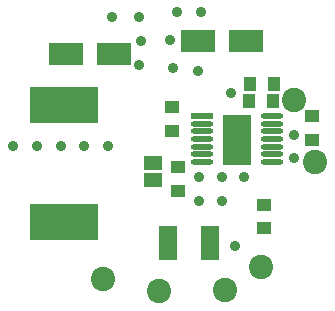
<source format=gts>
%FSAX24Y24*%
%MOIN*%
G70*
G01*
G75*
G04 Layer_Color=8388736*
%ADD10R,0.0354X0.0402*%
%ADD11R,0.0701X0.0165*%
%ADD12O,0.0701X0.0165*%
%ADD13R,0.1063X0.0669*%
%ADD14R,0.0402X0.0354*%
%ADD15R,0.0551X0.1102*%
%ADD16R,0.0551X0.0433*%
%ADD17R,0.2205X0.1181*%
%ADD18C,0.0150*%
%ADD19C,0.0500*%
%ADD20C,0.0450*%
%ADD21C,0.0350*%
%ADD22C,0.0100*%
%ADD23C,0.0250*%
%ADD24R,0.0800X0.0360*%
%ADD25R,0.0430X0.0410*%
%ADD26R,0.0600X0.0330*%
%ADD27R,0.1690X0.0060*%
%ADD28R,0.1490X0.0160*%
%ADD29R,0.0050X0.0230*%
%ADD30R,0.0090X0.0320*%
%ADD31R,0.0070X0.0240*%
%ADD32R,0.0060X0.0330*%
%ADD33R,0.0050X0.0350*%
%ADD34R,0.0100X0.0450*%
%ADD35R,0.0100X0.0300*%
%ADD36R,0.0150X0.0450*%
%ADD37R,0.1250X0.0550*%
%ADD38R,0.2250X0.0650*%
%ADD39R,0.1450X0.1700*%
%ADD40R,0.1750X0.1150*%
%ADD41R,0.1690X0.0370*%
%ADD42R,0.0580X0.0310*%
%ADD43R,0.0450X0.0290*%
%ADD44R,0.0320X0.0160*%
%ADD45R,0.1330X0.0770*%
%ADD46R,0.0720X0.0590*%
%ADD47R,0.0750X0.0510*%
%ADD48R,0.0240X0.0210*%
%ADD49R,0.0350X0.0300*%
%ADD50R,0.0420X0.0980*%
%ADD51R,0.1400X0.3700*%
%ADD52R,0.1000X0.0850*%
%ADD53R,0.1600X0.0550*%
%ADD54R,0.1350X0.1100*%
%ADD55R,0.2100X0.0900*%
%ADD56R,0.1250X0.1850*%
%ADD57R,0.1700X0.0800*%
%ADD58R,0.1050X0.1550*%
%ADD59R,0.1700X0.1250*%
%ADD60R,0.1450X0.0550*%
%ADD61R,0.1450X0.2650*%
%ADD62R,0.4000X0.0500*%
%ADD63R,0.4000X0.1498*%
%ADD64R,0.4000X0.1050*%
%ADD65R,0.1200X0.0950*%
%ADD66R,0.0350X0.2500*%
%ADD67R,0.1710X0.2600*%
%ADD68R,0.1150X0.1000*%
%ADD69R,0.1300X0.2600*%
%ADD70R,0.0800X0.1700*%
%ADD71R,0.4000X0.1200*%
%ADD72R,0.3250X0.0900*%
%ADD73R,0.1300X0.0150*%
%ADD74R,0.0400X0.0250*%
%ADD75R,0.1500X0.2500*%
%ADD76C,0.0750*%
%ADD77C,0.0290*%
%ADD78C,0.0079*%
%ADD79C,0.0098*%
%ADD80C,0.0070*%
%ADD81R,0.0950X0.1700*%
%ADD82R,0.0414X0.0462*%
%ADD83R,0.0740X0.0205*%
%ADD84O,0.0740X0.0205*%
%ADD85R,0.1123X0.0729*%
%ADD86R,0.0462X0.0414*%
%ADD87R,0.0611X0.1162*%
%ADD88R,0.0611X0.0493*%
%ADD89R,0.2265X0.1241*%
%ADD90C,0.0810*%
%ADD91C,0.0350*%
D81*
X028875Y037000D02*
D03*
D82*
X030094Y038850D02*
D03*
X029306D02*
D03*
X030044Y038300D02*
D03*
X029256D02*
D03*
D83*
X027700Y037800D02*
D03*
D84*
Y037544D02*
D03*
Y037288D02*
D03*
Y037032D02*
D03*
Y036776D02*
D03*
Y036520D02*
D03*
Y036265D02*
D03*
X030039Y037800D02*
D03*
Y037544D02*
D03*
Y037288D02*
D03*
Y037032D02*
D03*
Y036776D02*
D03*
Y036520D02*
D03*
Y036265D02*
D03*
D85*
X027550Y040300D02*
D03*
X029150D02*
D03*
X024750Y039850D02*
D03*
X023150D02*
D03*
D86*
X026700Y038094D02*
D03*
Y037306D02*
D03*
X029750Y034844D02*
D03*
Y034056D02*
D03*
X026900Y036094D02*
D03*
Y035306D02*
D03*
X031350Y037794D02*
D03*
Y037006D02*
D03*
D87*
X026550Y033550D02*
D03*
X027950D02*
D03*
D88*
X026050Y036245D02*
D03*
Y035655D02*
D03*
D89*
X023100Y038150D02*
D03*
Y034250D02*
D03*
D90*
X031450Y036250D02*
D03*
X028450Y032000D02*
D03*
X029650Y032750D02*
D03*
X030750Y038330D02*
D03*
X026250Y031950D02*
D03*
X024400Y032350D02*
D03*
D91*
X030750Y036400D02*
D03*
X028800Y033450D02*
D03*
X028350Y034950D02*
D03*
X027600D02*
D03*
X028850Y037600D02*
D03*
Y036850D02*
D03*
X026730Y039410D02*
D03*
X027550Y039300D02*
D03*
X024680Y041100D02*
D03*
X024550Y036800D02*
D03*
X023750D02*
D03*
X023000D02*
D03*
X022200D02*
D03*
X028650Y038560D02*
D03*
X030750Y037150D02*
D03*
X028350Y035750D02*
D03*
X029100D02*
D03*
X027600D02*
D03*
X021400Y036800D02*
D03*
X027650Y041250D02*
D03*
X026630Y040330D02*
D03*
X026850Y041250D02*
D03*
X025600Y039500D02*
D03*
X025650Y040300D02*
D03*
X025590Y041100D02*
D03*
M02*

</source>
